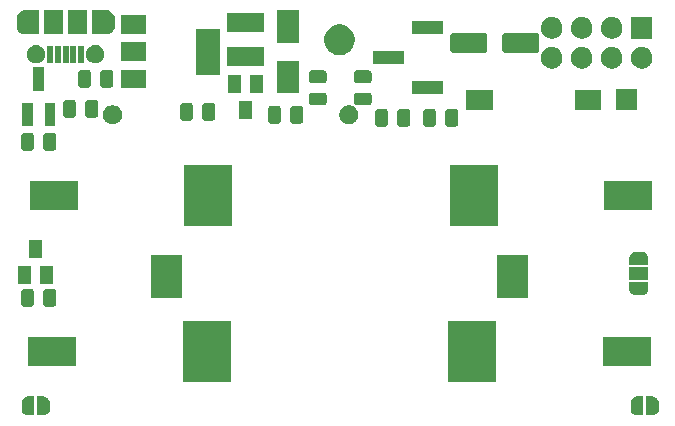
<source format=gbs>
G04 #@! TF.GenerationSoftware,KiCad,Pcbnew,5.1.6-c6e7f7d~87~ubuntu18.04.1*
G04 #@! TF.CreationDate,2020-07-15T21:40:22+02:00*
G04 #@! TF.ProjectId,Mini-BT-Pcb-328P,4d696e69-2d42-4542-9d50-63622d333238,2.0*
G04 #@! TF.SameCoordinates,Original*
G04 #@! TF.FileFunction,Soldermask,Bot*
G04 #@! TF.FilePolarity,Negative*
%FSLAX46Y46*%
G04 Gerber Fmt 4.6, Leading zero omitted, Abs format (unit mm)*
G04 Created by KiCad (PCBNEW 5.1.6-c6e7f7d~87~ubuntu18.04.1) date 2020-07-15 21:40:22*
%MOMM*%
%LPD*%
G01*
G04 APERTURE LIST*
%ADD10C,0.100000*%
G04 APERTURE END LIST*
D10*
G36*
X134520798Y-106390023D02*
G01*
X134524141Y-106390688D01*
X134529045Y-106390929D01*
X134554556Y-106390929D01*
X134569072Y-106392358D01*
X134660379Y-106410521D01*
X134662742Y-106411238D01*
X134662748Y-106411239D01*
X134671984Y-106414041D01*
X134671986Y-106414042D01*
X134674347Y-106414758D01*
X134760366Y-106450388D01*
X134773224Y-106457260D01*
X134850644Y-106508991D01*
X134852547Y-106510553D01*
X134852552Y-106510556D01*
X134860013Y-106516679D01*
X134861920Y-106518244D01*
X134927756Y-106584080D01*
X134929320Y-106585986D01*
X134929321Y-106585987D01*
X134935444Y-106593448D01*
X134935447Y-106593453D01*
X134937009Y-106595356D01*
X134988740Y-106672776D01*
X134995612Y-106685634D01*
X135031242Y-106771653D01*
X135031958Y-106774014D01*
X135031959Y-106774016D01*
X135034761Y-106783252D01*
X135034762Y-106783258D01*
X135035479Y-106785621D01*
X135053642Y-106876928D01*
X135055071Y-106891444D01*
X135055071Y-106916955D01*
X135056032Y-106926709D01*
X135056186Y-106927325D01*
X135057479Y-106940453D01*
X135057479Y-107435547D01*
X135055977Y-107450798D01*
X135055312Y-107454141D01*
X135055071Y-107459045D01*
X135055071Y-107484556D01*
X135053642Y-107499072D01*
X135035479Y-107590379D01*
X135034762Y-107592742D01*
X135034761Y-107592748D01*
X135031959Y-107601984D01*
X135031242Y-107604347D01*
X134995612Y-107690366D01*
X134988740Y-107703224D01*
X134937009Y-107780644D01*
X134935447Y-107782547D01*
X134935444Y-107782552D01*
X134929321Y-107790013D01*
X134927756Y-107791920D01*
X134861920Y-107857756D01*
X134860014Y-107859320D01*
X134860013Y-107859321D01*
X134852552Y-107865444D01*
X134852547Y-107865447D01*
X134850644Y-107867009D01*
X134773224Y-107918740D01*
X134760366Y-107925612D01*
X134674347Y-107961242D01*
X134671986Y-107961958D01*
X134671984Y-107961959D01*
X134662748Y-107964761D01*
X134662742Y-107964762D01*
X134660379Y-107965479D01*
X134569072Y-107983642D01*
X134554556Y-107985071D01*
X134529045Y-107985071D01*
X134519291Y-107986032D01*
X134518675Y-107986186D01*
X134505547Y-107987479D01*
X134010453Y-107987479D01*
X133998395Y-107986292D01*
X133989159Y-107983490D01*
X133980646Y-107978940D01*
X133973184Y-107972816D01*
X133967060Y-107965354D01*
X133962510Y-107956841D01*
X133959708Y-107947605D01*
X133958521Y-107935547D01*
X133958521Y-106440453D01*
X133959708Y-106428395D01*
X133962510Y-106419159D01*
X133967060Y-106410646D01*
X133973184Y-106403184D01*
X133980646Y-106397060D01*
X133989159Y-106392510D01*
X133998395Y-106389708D01*
X134010453Y-106388521D01*
X134505547Y-106388521D01*
X134520798Y-106390023D01*
G37*
G36*
X185279605Y-106389708D02*
G01*
X185288841Y-106392510D01*
X185297354Y-106397060D01*
X185304816Y-106403184D01*
X185310940Y-106410646D01*
X185315490Y-106419159D01*
X185318292Y-106428395D01*
X185319479Y-106440453D01*
X185319479Y-107935547D01*
X185318292Y-107947605D01*
X185315490Y-107956841D01*
X185310940Y-107965354D01*
X185304816Y-107972816D01*
X185297354Y-107978940D01*
X185288841Y-107983490D01*
X185279605Y-107986292D01*
X185267547Y-107987479D01*
X184772453Y-107987479D01*
X184757202Y-107985977D01*
X184753859Y-107985312D01*
X184748955Y-107985071D01*
X184723444Y-107985071D01*
X184708928Y-107983642D01*
X184617621Y-107965479D01*
X184615258Y-107964762D01*
X184615252Y-107964761D01*
X184606016Y-107961959D01*
X184606014Y-107961958D01*
X184603653Y-107961242D01*
X184517634Y-107925612D01*
X184504776Y-107918740D01*
X184427356Y-107867009D01*
X184425453Y-107865447D01*
X184425448Y-107865444D01*
X184417987Y-107859321D01*
X184417986Y-107859320D01*
X184416080Y-107857756D01*
X184350244Y-107791920D01*
X184348679Y-107790013D01*
X184342556Y-107782552D01*
X184342553Y-107782547D01*
X184340991Y-107780644D01*
X184289260Y-107703224D01*
X184282388Y-107690366D01*
X184246758Y-107604347D01*
X184246041Y-107601984D01*
X184243239Y-107592748D01*
X184243238Y-107592742D01*
X184242521Y-107590379D01*
X184224358Y-107499072D01*
X184222929Y-107484556D01*
X184222929Y-107459045D01*
X184221968Y-107449291D01*
X184221814Y-107448675D01*
X184220521Y-107435547D01*
X184220521Y-106940453D01*
X184222023Y-106925202D01*
X184222688Y-106921859D01*
X184222929Y-106916955D01*
X184222929Y-106891444D01*
X184224358Y-106876928D01*
X184242521Y-106785621D01*
X184243238Y-106783258D01*
X184243239Y-106783252D01*
X184246041Y-106774016D01*
X184246042Y-106774014D01*
X184246758Y-106771653D01*
X184282388Y-106685634D01*
X184289260Y-106672776D01*
X184340991Y-106595356D01*
X184342553Y-106593453D01*
X184342556Y-106593448D01*
X184348679Y-106585987D01*
X184348680Y-106585986D01*
X184350244Y-106584080D01*
X184416080Y-106518244D01*
X184417987Y-106516679D01*
X184425448Y-106510556D01*
X184425453Y-106510553D01*
X184427356Y-106508991D01*
X184504776Y-106457260D01*
X184517634Y-106450388D01*
X184603653Y-106414758D01*
X184606014Y-106414042D01*
X184606016Y-106414041D01*
X184615252Y-106411239D01*
X184615258Y-106411238D01*
X184617621Y-106410521D01*
X184708928Y-106392358D01*
X184723444Y-106390929D01*
X184748955Y-106390929D01*
X184758709Y-106389968D01*
X184759325Y-106389814D01*
X184772453Y-106388521D01*
X185267547Y-106388521D01*
X185279605Y-106389708D01*
G37*
G36*
X186082798Y-106390023D02*
G01*
X186086141Y-106390688D01*
X186091045Y-106390929D01*
X186116556Y-106390929D01*
X186131072Y-106392358D01*
X186222379Y-106410521D01*
X186224742Y-106411238D01*
X186224748Y-106411239D01*
X186233984Y-106414041D01*
X186233986Y-106414042D01*
X186236347Y-106414758D01*
X186322366Y-106450388D01*
X186335224Y-106457260D01*
X186412644Y-106508991D01*
X186414547Y-106510553D01*
X186414552Y-106510556D01*
X186422013Y-106516679D01*
X186423920Y-106518244D01*
X186489756Y-106584080D01*
X186491320Y-106585986D01*
X186491321Y-106585987D01*
X186497444Y-106593448D01*
X186497447Y-106593453D01*
X186499009Y-106595356D01*
X186550740Y-106672776D01*
X186557612Y-106685634D01*
X186593242Y-106771653D01*
X186593958Y-106774014D01*
X186593959Y-106774016D01*
X186596761Y-106783252D01*
X186596762Y-106783258D01*
X186597479Y-106785621D01*
X186615642Y-106876928D01*
X186617071Y-106891444D01*
X186617071Y-106916955D01*
X186618032Y-106926709D01*
X186618186Y-106927325D01*
X186619479Y-106940453D01*
X186619479Y-107435547D01*
X186617977Y-107450798D01*
X186617312Y-107454141D01*
X186617071Y-107459045D01*
X186617071Y-107484556D01*
X186615642Y-107499072D01*
X186597479Y-107590379D01*
X186596762Y-107592742D01*
X186596761Y-107592748D01*
X186593959Y-107601984D01*
X186593242Y-107604347D01*
X186557612Y-107690366D01*
X186550740Y-107703224D01*
X186499009Y-107780644D01*
X186497447Y-107782547D01*
X186497444Y-107782552D01*
X186491321Y-107790013D01*
X186489756Y-107791920D01*
X186423920Y-107857756D01*
X186422014Y-107859320D01*
X186422013Y-107859321D01*
X186414552Y-107865444D01*
X186414547Y-107865447D01*
X186412644Y-107867009D01*
X186335224Y-107918740D01*
X186322366Y-107925612D01*
X186236347Y-107961242D01*
X186233986Y-107961958D01*
X186233984Y-107961959D01*
X186224748Y-107964761D01*
X186224742Y-107964762D01*
X186222379Y-107965479D01*
X186131072Y-107983642D01*
X186116556Y-107985071D01*
X186091045Y-107985071D01*
X186081291Y-107986032D01*
X186080675Y-107986186D01*
X186067547Y-107987479D01*
X185572453Y-107987479D01*
X185560395Y-107986292D01*
X185551159Y-107983490D01*
X185542646Y-107978940D01*
X185535184Y-107972816D01*
X185529060Y-107965354D01*
X185524510Y-107956841D01*
X185521708Y-107947605D01*
X185520521Y-107935547D01*
X185520521Y-106440453D01*
X185521708Y-106428395D01*
X185524510Y-106419159D01*
X185529060Y-106410646D01*
X185535184Y-106403184D01*
X185542646Y-106397060D01*
X185551159Y-106392510D01*
X185560395Y-106389708D01*
X185572453Y-106388521D01*
X186067547Y-106388521D01*
X186082798Y-106390023D01*
G37*
G36*
X133717605Y-106389708D02*
G01*
X133726841Y-106392510D01*
X133735354Y-106397060D01*
X133742816Y-106403184D01*
X133748940Y-106410646D01*
X133753490Y-106419159D01*
X133756292Y-106428395D01*
X133757479Y-106440453D01*
X133757479Y-107935547D01*
X133756292Y-107947605D01*
X133753490Y-107956841D01*
X133748940Y-107965354D01*
X133742816Y-107972816D01*
X133735354Y-107978940D01*
X133726841Y-107983490D01*
X133717605Y-107986292D01*
X133705547Y-107987479D01*
X133210453Y-107987479D01*
X133195202Y-107985977D01*
X133191859Y-107985312D01*
X133186955Y-107985071D01*
X133161444Y-107985071D01*
X133146928Y-107983642D01*
X133055621Y-107965479D01*
X133053258Y-107964762D01*
X133053252Y-107964761D01*
X133044016Y-107961959D01*
X133044014Y-107961958D01*
X133041653Y-107961242D01*
X132955634Y-107925612D01*
X132942776Y-107918740D01*
X132865356Y-107867009D01*
X132863453Y-107865447D01*
X132863448Y-107865444D01*
X132855987Y-107859321D01*
X132855986Y-107859320D01*
X132854080Y-107857756D01*
X132788244Y-107791920D01*
X132786679Y-107790013D01*
X132780556Y-107782552D01*
X132780553Y-107782547D01*
X132778991Y-107780644D01*
X132727260Y-107703224D01*
X132720388Y-107690366D01*
X132684758Y-107604347D01*
X132684041Y-107601984D01*
X132681239Y-107592748D01*
X132681238Y-107592742D01*
X132680521Y-107590379D01*
X132662358Y-107499072D01*
X132660929Y-107484556D01*
X132660929Y-107459045D01*
X132659968Y-107449291D01*
X132659814Y-107448675D01*
X132658521Y-107435547D01*
X132658521Y-106940453D01*
X132660023Y-106925202D01*
X132660688Y-106921859D01*
X132660929Y-106916955D01*
X132660929Y-106891444D01*
X132662358Y-106876928D01*
X132680521Y-106785621D01*
X132681238Y-106783258D01*
X132681239Y-106783252D01*
X132684041Y-106774016D01*
X132684042Y-106774014D01*
X132684758Y-106771653D01*
X132720388Y-106685634D01*
X132727260Y-106672776D01*
X132778991Y-106595356D01*
X132780553Y-106593453D01*
X132780556Y-106593448D01*
X132786679Y-106585987D01*
X132786680Y-106585986D01*
X132788244Y-106584080D01*
X132854080Y-106518244D01*
X132855987Y-106516679D01*
X132863448Y-106510556D01*
X132863453Y-106510553D01*
X132865356Y-106508991D01*
X132942776Y-106457260D01*
X132955634Y-106450388D01*
X133041653Y-106414758D01*
X133044014Y-106414042D01*
X133044016Y-106414041D01*
X133053252Y-106411239D01*
X133053258Y-106411238D01*
X133055621Y-106410521D01*
X133146928Y-106392358D01*
X133161444Y-106390929D01*
X133186955Y-106390929D01*
X133196709Y-106389968D01*
X133197325Y-106389814D01*
X133210453Y-106388521D01*
X133705547Y-106388521D01*
X133717605Y-106389708D01*
G37*
G36*
X150364500Y-105205000D02*
G01*
X146306500Y-105205000D01*
X146306500Y-100027000D01*
X150364500Y-100027000D01*
X150364500Y-105205000D01*
G37*
G36*
X172845000Y-105205000D02*
G01*
X168787000Y-105205000D01*
X168787000Y-100027000D01*
X172845000Y-100027000D01*
X172845000Y-105205000D01*
G37*
G36*
X185925000Y-103835000D02*
G01*
X181867000Y-103835000D01*
X181867000Y-101397000D01*
X185925000Y-101397000D01*
X185925000Y-103835000D01*
G37*
G36*
X137284500Y-103835000D02*
G01*
X133226500Y-103835000D01*
X133226500Y-101397000D01*
X137284500Y-101397000D01*
X137284500Y-103835000D01*
G37*
G36*
X133515159Y-97299911D02*
G01*
X133560744Y-97313739D01*
X133602761Y-97336198D01*
X133639583Y-97366417D01*
X133669802Y-97403239D01*
X133692261Y-97445256D01*
X133706089Y-97490841D01*
X133711000Y-97540704D01*
X133711000Y-98547296D01*
X133706089Y-98597159D01*
X133692261Y-98642744D01*
X133669802Y-98684761D01*
X133639583Y-98721583D01*
X133602761Y-98751802D01*
X133560744Y-98774261D01*
X133515159Y-98788089D01*
X133465296Y-98793000D01*
X132883704Y-98793000D01*
X132833841Y-98788089D01*
X132788256Y-98774261D01*
X132746239Y-98751802D01*
X132709417Y-98721583D01*
X132679198Y-98684761D01*
X132656739Y-98642744D01*
X132642911Y-98597159D01*
X132638000Y-98547296D01*
X132638000Y-97540704D01*
X132642911Y-97490841D01*
X132656739Y-97445256D01*
X132679198Y-97403239D01*
X132709417Y-97366417D01*
X132746239Y-97336198D01*
X132788256Y-97313739D01*
X132833841Y-97299911D01*
X132883704Y-97295000D01*
X133465296Y-97295000D01*
X133515159Y-97299911D01*
G37*
G36*
X135390159Y-97299911D02*
G01*
X135435744Y-97313739D01*
X135477761Y-97336198D01*
X135514583Y-97366417D01*
X135544802Y-97403239D01*
X135567261Y-97445256D01*
X135581089Y-97490841D01*
X135586000Y-97540704D01*
X135586000Y-98547296D01*
X135581089Y-98597159D01*
X135567261Y-98642744D01*
X135544802Y-98684761D01*
X135514583Y-98721583D01*
X135477761Y-98751802D01*
X135435744Y-98774261D01*
X135390159Y-98788089D01*
X135340296Y-98793000D01*
X134758704Y-98793000D01*
X134708841Y-98788089D01*
X134663256Y-98774261D01*
X134621239Y-98751802D01*
X134584417Y-98721583D01*
X134554198Y-98684761D01*
X134531739Y-98642744D01*
X134517911Y-98597159D01*
X134513000Y-98547296D01*
X134513000Y-97540704D01*
X134517911Y-97490841D01*
X134531739Y-97445256D01*
X134554198Y-97403239D01*
X134584417Y-97366417D01*
X134621239Y-97336198D01*
X134663256Y-97313739D01*
X134708841Y-97299911D01*
X134758704Y-97295000D01*
X135340296Y-97295000D01*
X135390159Y-97299911D01*
G37*
G36*
X175579000Y-98070000D02*
G01*
X172941000Y-98070000D01*
X172941000Y-94462000D01*
X175579000Y-94462000D01*
X175579000Y-98070000D01*
G37*
G36*
X146219000Y-98070000D02*
G01*
X143581000Y-98070000D01*
X143581000Y-94462000D01*
X146219000Y-94462000D01*
X146219000Y-98070000D01*
G37*
G36*
X185671605Y-96683708D02*
G01*
X185680841Y-96686510D01*
X185689354Y-96691060D01*
X185696816Y-96697184D01*
X185702940Y-96704646D01*
X185707490Y-96713159D01*
X185710292Y-96722395D01*
X185711479Y-96734453D01*
X185711479Y-97279547D01*
X185709977Y-97294798D01*
X185709312Y-97298141D01*
X185709071Y-97303045D01*
X185709071Y-97328556D01*
X185707642Y-97343072D01*
X185689479Y-97434379D01*
X185688762Y-97436742D01*
X185688761Y-97436748D01*
X185686180Y-97445256D01*
X185685242Y-97448347D01*
X185649612Y-97534366D01*
X185642740Y-97547224D01*
X185591009Y-97624644D01*
X185589447Y-97626547D01*
X185589444Y-97626552D01*
X185583321Y-97634013D01*
X185581756Y-97635920D01*
X185515920Y-97701756D01*
X185514014Y-97703320D01*
X185514013Y-97703321D01*
X185506552Y-97709444D01*
X185506547Y-97709447D01*
X185504644Y-97711009D01*
X185427224Y-97762740D01*
X185414366Y-97769612D01*
X185328347Y-97805242D01*
X185325986Y-97805958D01*
X185325984Y-97805959D01*
X185316748Y-97808761D01*
X185316742Y-97808762D01*
X185314379Y-97809479D01*
X185223072Y-97827642D01*
X185208556Y-97829071D01*
X185183045Y-97829071D01*
X185173291Y-97830032D01*
X185172675Y-97830186D01*
X185159547Y-97831479D01*
X184664453Y-97831479D01*
X184649202Y-97829977D01*
X184645859Y-97829312D01*
X184640955Y-97829071D01*
X184615444Y-97829071D01*
X184600928Y-97827642D01*
X184509621Y-97809479D01*
X184507258Y-97808762D01*
X184507252Y-97808761D01*
X184498016Y-97805959D01*
X184498014Y-97805958D01*
X184495653Y-97805242D01*
X184409634Y-97769612D01*
X184396776Y-97762740D01*
X184319356Y-97711009D01*
X184317453Y-97709447D01*
X184317448Y-97709444D01*
X184309987Y-97703321D01*
X184309986Y-97703320D01*
X184308080Y-97701756D01*
X184242244Y-97635920D01*
X184240679Y-97634013D01*
X184234556Y-97626552D01*
X184234553Y-97626547D01*
X184232991Y-97624644D01*
X184181260Y-97547224D01*
X184174388Y-97534366D01*
X184138758Y-97448347D01*
X184137820Y-97445256D01*
X184135239Y-97436748D01*
X184135238Y-97436742D01*
X184134521Y-97434379D01*
X184116358Y-97343072D01*
X184114929Y-97328556D01*
X184114929Y-97303045D01*
X184113968Y-97293291D01*
X184113814Y-97292675D01*
X184112521Y-97279547D01*
X184112521Y-96734453D01*
X184113708Y-96722395D01*
X184116510Y-96713159D01*
X184121060Y-96704646D01*
X184127184Y-96697184D01*
X184134646Y-96691060D01*
X184143159Y-96686510D01*
X184152395Y-96683708D01*
X184164453Y-96682521D01*
X185659547Y-96682521D01*
X185671605Y-96683708D01*
G37*
G36*
X135357000Y-96845000D02*
G01*
X134259000Y-96845000D01*
X134259000Y-95347000D01*
X135357000Y-95347000D01*
X135357000Y-96845000D01*
G37*
G36*
X133457000Y-96845000D02*
G01*
X132359000Y-96845000D01*
X132359000Y-95347000D01*
X133457000Y-95347000D01*
X133457000Y-96845000D01*
G37*
G36*
X185711000Y-96531000D02*
G01*
X184113000Y-96531000D01*
X184113000Y-95433000D01*
X185711000Y-95433000D01*
X185711000Y-96531000D01*
G37*
G36*
X185174798Y-94134023D02*
G01*
X185178141Y-94134688D01*
X185183045Y-94134929D01*
X185208556Y-94134929D01*
X185223072Y-94136358D01*
X185314379Y-94154521D01*
X185316742Y-94155238D01*
X185316748Y-94155239D01*
X185325984Y-94158041D01*
X185325986Y-94158042D01*
X185328347Y-94158758D01*
X185414366Y-94194388D01*
X185427224Y-94201260D01*
X185504644Y-94252991D01*
X185506547Y-94254553D01*
X185506552Y-94254556D01*
X185514013Y-94260679D01*
X185515920Y-94262244D01*
X185581756Y-94328080D01*
X185583320Y-94329986D01*
X185583321Y-94329987D01*
X185589444Y-94337448D01*
X185589447Y-94337453D01*
X185591009Y-94339356D01*
X185642740Y-94416776D01*
X185649612Y-94429634D01*
X185685242Y-94515653D01*
X185685958Y-94518014D01*
X185685959Y-94518016D01*
X185688761Y-94527252D01*
X185688762Y-94527258D01*
X185689479Y-94529621D01*
X185707642Y-94620928D01*
X185709071Y-94635444D01*
X185709071Y-94660955D01*
X185710032Y-94670709D01*
X185710186Y-94671325D01*
X185711479Y-94684453D01*
X185711479Y-95229547D01*
X185710292Y-95241605D01*
X185707490Y-95250841D01*
X185702940Y-95259354D01*
X185696816Y-95266816D01*
X185689354Y-95272940D01*
X185680841Y-95277490D01*
X185671605Y-95280292D01*
X185659547Y-95281479D01*
X184164453Y-95281479D01*
X184152395Y-95280292D01*
X184143159Y-95277490D01*
X184134646Y-95272940D01*
X184127184Y-95266816D01*
X184121060Y-95259354D01*
X184116510Y-95250841D01*
X184113708Y-95241605D01*
X184112521Y-95229547D01*
X184112521Y-94684453D01*
X184114023Y-94669202D01*
X184114688Y-94665859D01*
X184114929Y-94660955D01*
X184114929Y-94635444D01*
X184116358Y-94620928D01*
X184134521Y-94529621D01*
X184135238Y-94527258D01*
X184135239Y-94527252D01*
X184138041Y-94518016D01*
X184138042Y-94518014D01*
X184138758Y-94515653D01*
X184174388Y-94429634D01*
X184181260Y-94416776D01*
X184232991Y-94339356D01*
X184234553Y-94337453D01*
X184234556Y-94337448D01*
X184240679Y-94329987D01*
X184240680Y-94329986D01*
X184242244Y-94328080D01*
X184308080Y-94262244D01*
X184309987Y-94260679D01*
X184317448Y-94254556D01*
X184317453Y-94254553D01*
X184319356Y-94252991D01*
X184396776Y-94201260D01*
X184409634Y-94194388D01*
X184495653Y-94158758D01*
X184498014Y-94158042D01*
X184498016Y-94158041D01*
X184507252Y-94155239D01*
X184507258Y-94155238D01*
X184509621Y-94154521D01*
X184600928Y-94136358D01*
X184615444Y-94134929D01*
X184640955Y-94134929D01*
X184650709Y-94133968D01*
X184651325Y-94133814D01*
X184664453Y-94132521D01*
X185159547Y-94132521D01*
X185174798Y-94134023D01*
G37*
G36*
X134407000Y-94645000D02*
G01*
X133309000Y-94645000D01*
X133309000Y-93147000D01*
X134407000Y-93147000D01*
X134407000Y-94645000D01*
G37*
G36*
X172971500Y-91997000D02*
G01*
X168913500Y-91997000D01*
X168913500Y-86819000D01*
X172971500Y-86819000D01*
X172971500Y-91997000D01*
G37*
G36*
X150491000Y-91997000D02*
G01*
X146433000Y-91997000D01*
X146433000Y-86819000D01*
X150491000Y-86819000D01*
X150491000Y-91997000D01*
G37*
G36*
X137411000Y-90627000D02*
G01*
X133353000Y-90627000D01*
X133353000Y-88189000D01*
X137411000Y-88189000D01*
X137411000Y-90627000D01*
G37*
G36*
X186051500Y-90627000D02*
G01*
X181993500Y-90627000D01*
X181993500Y-88189000D01*
X186051500Y-88189000D01*
X186051500Y-90627000D01*
G37*
G36*
X135390159Y-84091911D02*
G01*
X135435744Y-84105739D01*
X135477761Y-84128198D01*
X135514583Y-84158417D01*
X135544802Y-84195239D01*
X135567261Y-84237256D01*
X135581089Y-84282841D01*
X135586000Y-84332704D01*
X135586000Y-85339296D01*
X135581089Y-85389159D01*
X135567261Y-85434744D01*
X135544802Y-85476761D01*
X135514583Y-85513583D01*
X135477761Y-85543802D01*
X135435744Y-85566261D01*
X135390159Y-85580089D01*
X135340296Y-85585000D01*
X134758704Y-85585000D01*
X134708841Y-85580089D01*
X134663256Y-85566261D01*
X134621239Y-85543802D01*
X134584417Y-85513583D01*
X134554198Y-85476761D01*
X134531739Y-85434744D01*
X134517911Y-85389159D01*
X134513000Y-85339296D01*
X134513000Y-84332704D01*
X134517911Y-84282841D01*
X134531739Y-84237256D01*
X134554198Y-84195239D01*
X134584417Y-84158417D01*
X134621239Y-84128198D01*
X134663256Y-84105739D01*
X134708841Y-84091911D01*
X134758704Y-84087000D01*
X135340296Y-84087000D01*
X135390159Y-84091911D01*
G37*
G36*
X133515159Y-84091911D02*
G01*
X133560744Y-84105739D01*
X133602761Y-84128198D01*
X133639583Y-84158417D01*
X133669802Y-84195239D01*
X133692261Y-84237256D01*
X133706089Y-84282841D01*
X133711000Y-84332704D01*
X133711000Y-85339296D01*
X133706089Y-85389159D01*
X133692261Y-85434744D01*
X133669802Y-85476761D01*
X133639583Y-85513583D01*
X133602761Y-85543802D01*
X133560744Y-85566261D01*
X133515159Y-85580089D01*
X133465296Y-85585000D01*
X132883704Y-85585000D01*
X132833841Y-85580089D01*
X132788256Y-85566261D01*
X132746239Y-85543802D01*
X132709417Y-85513583D01*
X132679198Y-85476761D01*
X132656739Y-85434744D01*
X132642911Y-85389159D01*
X132638000Y-85339296D01*
X132638000Y-84332704D01*
X132642911Y-84282841D01*
X132656739Y-84237256D01*
X132679198Y-84195239D01*
X132709417Y-84158417D01*
X132746239Y-84128198D01*
X132788256Y-84105739D01*
X132833841Y-84091911D01*
X132883704Y-84087000D01*
X133465296Y-84087000D01*
X133515159Y-84091911D01*
G37*
G36*
X167551159Y-82059911D02*
G01*
X167596744Y-82073739D01*
X167638761Y-82096198D01*
X167675583Y-82126417D01*
X167705802Y-82163239D01*
X167728261Y-82205256D01*
X167742089Y-82250841D01*
X167747000Y-82300704D01*
X167747000Y-83307296D01*
X167742089Y-83357159D01*
X167728261Y-83402744D01*
X167705802Y-83444761D01*
X167675583Y-83481583D01*
X167638761Y-83511802D01*
X167596744Y-83534261D01*
X167551159Y-83548089D01*
X167501296Y-83553000D01*
X166919704Y-83553000D01*
X166869841Y-83548089D01*
X166824256Y-83534261D01*
X166782239Y-83511802D01*
X166745417Y-83481583D01*
X166715198Y-83444761D01*
X166692739Y-83402744D01*
X166678911Y-83357159D01*
X166674000Y-83307296D01*
X166674000Y-82300704D01*
X166678911Y-82250841D01*
X166692739Y-82205256D01*
X166715198Y-82163239D01*
X166745417Y-82126417D01*
X166782239Y-82096198D01*
X166824256Y-82073739D01*
X166869841Y-82059911D01*
X166919704Y-82055000D01*
X167501296Y-82055000D01*
X167551159Y-82059911D01*
G37*
G36*
X169426159Y-82059911D02*
G01*
X169471744Y-82073739D01*
X169513761Y-82096198D01*
X169550583Y-82126417D01*
X169580802Y-82163239D01*
X169603261Y-82205256D01*
X169617089Y-82250841D01*
X169622000Y-82300704D01*
X169622000Y-83307296D01*
X169617089Y-83357159D01*
X169603261Y-83402744D01*
X169580802Y-83444761D01*
X169550583Y-83481583D01*
X169513761Y-83511802D01*
X169471744Y-83534261D01*
X169426159Y-83548089D01*
X169376296Y-83553000D01*
X168794704Y-83553000D01*
X168744841Y-83548089D01*
X168699256Y-83534261D01*
X168657239Y-83511802D01*
X168620417Y-83481583D01*
X168590198Y-83444761D01*
X168567739Y-83402744D01*
X168553911Y-83357159D01*
X168549000Y-83307296D01*
X168549000Y-82300704D01*
X168553911Y-82250841D01*
X168567739Y-82205256D01*
X168590198Y-82163239D01*
X168620417Y-82126417D01*
X168657239Y-82096198D01*
X168699256Y-82073739D01*
X168744841Y-82059911D01*
X168794704Y-82055000D01*
X169376296Y-82055000D01*
X169426159Y-82059911D01*
G37*
G36*
X163487159Y-82059911D02*
G01*
X163532744Y-82073739D01*
X163574761Y-82096198D01*
X163611583Y-82126417D01*
X163641802Y-82163239D01*
X163664261Y-82205256D01*
X163678089Y-82250841D01*
X163683000Y-82300704D01*
X163683000Y-83307296D01*
X163678089Y-83357159D01*
X163664261Y-83402744D01*
X163641802Y-83444761D01*
X163611583Y-83481583D01*
X163574761Y-83511802D01*
X163532744Y-83534261D01*
X163487159Y-83548089D01*
X163437296Y-83553000D01*
X162855704Y-83553000D01*
X162805841Y-83548089D01*
X162760256Y-83534261D01*
X162718239Y-83511802D01*
X162681417Y-83481583D01*
X162651198Y-83444761D01*
X162628739Y-83402744D01*
X162614911Y-83357159D01*
X162610000Y-83307296D01*
X162610000Y-82300704D01*
X162614911Y-82250841D01*
X162628739Y-82205256D01*
X162651198Y-82163239D01*
X162681417Y-82126417D01*
X162718239Y-82096198D01*
X162760256Y-82073739D01*
X162805841Y-82059911D01*
X162855704Y-82055000D01*
X163437296Y-82055000D01*
X163487159Y-82059911D01*
G37*
G36*
X165362159Y-82059911D02*
G01*
X165407744Y-82073739D01*
X165449761Y-82096198D01*
X165486583Y-82126417D01*
X165516802Y-82163239D01*
X165539261Y-82205256D01*
X165553089Y-82250841D01*
X165558000Y-82300704D01*
X165558000Y-83307296D01*
X165553089Y-83357159D01*
X165539261Y-83402744D01*
X165516802Y-83444761D01*
X165486583Y-83481583D01*
X165449761Y-83511802D01*
X165407744Y-83534261D01*
X165362159Y-83548089D01*
X165312296Y-83553000D01*
X164730704Y-83553000D01*
X164680841Y-83548089D01*
X164635256Y-83534261D01*
X164593239Y-83511802D01*
X164556417Y-83481583D01*
X164526198Y-83444761D01*
X164503739Y-83402744D01*
X164489911Y-83357159D01*
X164485000Y-83307296D01*
X164485000Y-82300704D01*
X164489911Y-82250841D01*
X164503739Y-82205256D01*
X164526198Y-82163239D01*
X164556417Y-82126417D01*
X164593239Y-82096198D01*
X164635256Y-82073739D01*
X164680841Y-82059911D01*
X164730704Y-82055000D01*
X165312296Y-82055000D01*
X165362159Y-82059911D01*
G37*
G36*
X135511000Y-83525000D02*
G01*
X134613000Y-83525000D01*
X134613000Y-81527000D01*
X135511000Y-81527000D01*
X135511000Y-83525000D01*
G37*
G36*
X133611000Y-83525000D02*
G01*
X132713000Y-83525000D01*
X132713000Y-81527000D01*
X133611000Y-81527000D01*
X133611000Y-83525000D01*
G37*
G36*
X160500105Y-81749389D02*
G01*
X160604560Y-81770166D01*
X160752153Y-81831301D01*
X160884982Y-81920055D01*
X160997945Y-82033018D01*
X161086699Y-82165847D01*
X161147834Y-82313440D01*
X161147834Y-82313442D01*
X161179000Y-82470122D01*
X161179000Y-82629878D01*
X161170665Y-82671782D01*
X161147834Y-82786560D01*
X161086699Y-82934153D01*
X160997945Y-83066982D01*
X160884982Y-83179945D01*
X160752153Y-83268699D01*
X160604560Y-83329834D01*
X160500105Y-83350611D01*
X160447878Y-83361000D01*
X160288122Y-83361000D01*
X160235895Y-83350611D01*
X160131440Y-83329834D01*
X159983847Y-83268699D01*
X159851018Y-83179945D01*
X159738055Y-83066982D01*
X159649301Y-82934153D01*
X159588166Y-82786560D01*
X159565335Y-82671782D01*
X159557000Y-82629878D01*
X159557000Y-82470122D01*
X159588166Y-82313442D01*
X159588166Y-82313440D01*
X159649301Y-82165847D01*
X159738055Y-82033018D01*
X159851018Y-81920055D01*
X159983847Y-81831301D01*
X160131440Y-81770166D01*
X160235895Y-81749389D01*
X160288122Y-81739000D01*
X160447878Y-81739000D01*
X160500105Y-81749389D01*
G37*
G36*
X140500105Y-81749389D02*
G01*
X140604560Y-81770166D01*
X140752153Y-81831301D01*
X140884982Y-81920055D01*
X140997945Y-82033018D01*
X141086699Y-82165847D01*
X141147834Y-82313440D01*
X141147834Y-82313442D01*
X141179000Y-82470122D01*
X141179000Y-82629878D01*
X141170665Y-82671782D01*
X141147834Y-82786560D01*
X141086699Y-82934153D01*
X140997945Y-83066982D01*
X140884982Y-83179945D01*
X140752153Y-83268699D01*
X140604560Y-83329834D01*
X140500105Y-83350611D01*
X140447878Y-83361000D01*
X140288122Y-83361000D01*
X140235895Y-83350611D01*
X140131440Y-83329834D01*
X139983847Y-83268699D01*
X139851018Y-83179945D01*
X139738055Y-83066982D01*
X139649301Y-82934153D01*
X139588166Y-82786560D01*
X139565335Y-82671782D01*
X139557000Y-82629878D01*
X139557000Y-82470122D01*
X139588166Y-82313442D01*
X139588166Y-82313440D01*
X139649301Y-82165847D01*
X139738055Y-82033018D01*
X139851018Y-81920055D01*
X139983847Y-81831301D01*
X140131440Y-81770166D01*
X140235895Y-81749389D01*
X140288122Y-81739000D01*
X140447878Y-81739000D01*
X140500105Y-81749389D01*
G37*
G36*
X154421659Y-81805911D02*
G01*
X154467244Y-81819739D01*
X154509261Y-81842198D01*
X154546083Y-81872417D01*
X154576302Y-81909239D01*
X154598761Y-81951256D01*
X154612589Y-81996841D01*
X154617500Y-82046704D01*
X154617500Y-83053296D01*
X154612589Y-83103159D01*
X154598761Y-83148744D01*
X154576302Y-83190761D01*
X154546083Y-83227583D01*
X154509261Y-83257802D01*
X154467244Y-83280261D01*
X154421659Y-83294089D01*
X154371796Y-83299000D01*
X153790204Y-83299000D01*
X153740341Y-83294089D01*
X153694756Y-83280261D01*
X153652739Y-83257802D01*
X153615917Y-83227583D01*
X153585698Y-83190761D01*
X153563239Y-83148744D01*
X153549411Y-83103159D01*
X153544500Y-83053296D01*
X153544500Y-82046704D01*
X153549411Y-81996841D01*
X153563239Y-81951256D01*
X153585698Y-81909239D01*
X153615917Y-81872417D01*
X153652739Y-81842198D01*
X153694756Y-81819739D01*
X153740341Y-81805911D01*
X153790204Y-81801000D01*
X154371796Y-81801000D01*
X154421659Y-81805911D01*
G37*
G36*
X156296659Y-81805911D02*
G01*
X156342244Y-81819739D01*
X156384261Y-81842198D01*
X156421083Y-81872417D01*
X156451302Y-81909239D01*
X156473761Y-81951256D01*
X156487589Y-81996841D01*
X156492500Y-82046704D01*
X156492500Y-83053296D01*
X156487589Y-83103159D01*
X156473761Y-83148744D01*
X156451302Y-83190761D01*
X156421083Y-83227583D01*
X156384261Y-83257802D01*
X156342244Y-83280261D01*
X156296659Y-83294089D01*
X156246796Y-83299000D01*
X155665204Y-83299000D01*
X155615341Y-83294089D01*
X155569756Y-83280261D01*
X155527739Y-83257802D01*
X155490917Y-83227583D01*
X155460698Y-83190761D01*
X155438239Y-83148744D01*
X155424411Y-83103159D01*
X155419500Y-83053296D01*
X155419500Y-82046704D01*
X155424411Y-81996841D01*
X155438239Y-81951256D01*
X155460698Y-81909239D01*
X155490917Y-81872417D01*
X155527739Y-81842198D01*
X155569756Y-81819739D01*
X155615341Y-81805911D01*
X155665204Y-81801000D01*
X156246796Y-81801000D01*
X156296659Y-81805911D01*
G37*
G36*
X146977159Y-81551911D02*
G01*
X147022744Y-81565739D01*
X147064761Y-81588198D01*
X147101583Y-81618417D01*
X147131802Y-81655239D01*
X147154261Y-81697256D01*
X147168089Y-81742841D01*
X147173000Y-81792704D01*
X147173000Y-82799296D01*
X147168089Y-82849159D01*
X147154261Y-82894744D01*
X147131802Y-82936761D01*
X147101583Y-82973583D01*
X147064761Y-83003802D01*
X147022744Y-83026261D01*
X146977159Y-83040089D01*
X146927296Y-83045000D01*
X146345704Y-83045000D01*
X146295841Y-83040089D01*
X146250256Y-83026261D01*
X146208239Y-83003802D01*
X146171417Y-82973583D01*
X146141198Y-82936761D01*
X146118739Y-82894744D01*
X146104911Y-82849159D01*
X146100000Y-82799296D01*
X146100000Y-81792704D01*
X146104911Y-81742841D01*
X146118739Y-81697256D01*
X146141198Y-81655239D01*
X146171417Y-81618417D01*
X146208239Y-81588198D01*
X146250256Y-81565739D01*
X146295841Y-81551911D01*
X146345704Y-81547000D01*
X146927296Y-81547000D01*
X146977159Y-81551911D01*
G37*
G36*
X148852159Y-81551911D02*
G01*
X148897744Y-81565739D01*
X148939761Y-81588198D01*
X148976583Y-81618417D01*
X149006802Y-81655239D01*
X149029261Y-81697256D01*
X149043089Y-81742841D01*
X149048000Y-81792704D01*
X149048000Y-82799296D01*
X149043089Y-82849159D01*
X149029261Y-82894744D01*
X149006802Y-82936761D01*
X148976583Y-82973583D01*
X148939761Y-83003802D01*
X148897744Y-83026261D01*
X148852159Y-83040089D01*
X148802296Y-83045000D01*
X148220704Y-83045000D01*
X148170841Y-83040089D01*
X148125256Y-83026261D01*
X148083239Y-83003802D01*
X148046417Y-82973583D01*
X148016198Y-82936761D01*
X147993739Y-82894744D01*
X147979911Y-82849159D01*
X147975000Y-82799296D01*
X147975000Y-81792704D01*
X147979911Y-81742841D01*
X147993739Y-81697256D01*
X148016198Y-81655239D01*
X148046417Y-81618417D01*
X148083239Y-81588198D01*
X148125256Y-81565739D01*
X148170841Y-81551911D01*
X148220704Y-81547000D01*
X148802296Y-81547000D01*
X148852159Y-81551911D01*
G37*
G36*
X152187000Y-82875000D02*
G01*
X151089000Y-82875000D01*
X151089000Y-81377000D01*
X152187000Y-81377000D01*
X152187000Y-82875000D01*
G37*
G36*
X137071159Y-81297911D02*
G01*
X137116744Y-81311739D01*
X137158761Y-81334198D01*
X137195583Y-81364417D01*
X137225802Y-81401239D01*
X137248261Y-81443256D01*
X137262089Y-81488841D01*
X137267000Y-81538704D01*
X137267000Y-82545296D01*
X137262089Y-82595159D01*
X137248261Y-82640744D01*
X137225802Y-82682761D01*
X137195583Y-82719583D01*
X137158761Y-82749802D01*
X137116744Y-82772261D01*
X137071159Y-82786089D01*
X137021296Y-82791000D01*
X136439704Y-82791000D01*
X136389841Y-82786089D01*
X136344256Y-82772261D01*
X136302239Y-82749802D01*
X136265417Y-82719583D01*
X136235198Y-82682761D01*
X136212739Y-82640744D01*
X136198911Y-82595159D01*
X136194000Y-82545296D01*
X136194000Y-81538704D01*
X136198911Y-81488841D01*
X136212739Y-81443256D01*
X136235198Y-81401239D01*
X136265417Y-81364417D01*
X136302239Y-81334198D01*
X136344256Y-81311739D01*
X136389841Y-81297911D01*
X136439704Y-81293000D01*
X137021296Y-81293000D01*
X137071159Y-81297911D01*
G37*
G36*
X138946159Y-81297911D02*
G01*
X138991744Y-81311739D01*
X139033761Y-81334198D01*
X139070583Y-81364417D01*
X139100802Y-81401239D01*
X139123261Y-81443256D01*
X139137089Y-81488841D01*
X139142000Y-81538704D01*
X139142000Y-82545296D01*
X139137089Y-82595159D01*
X139123261Y-82640744D01*
X139100802Y-82682761D01*
X139070583Y-82719583D01*
X139033761Y-82749802D01*
X138991744Y-82772261D01*
X138946159Y-82786089D01*
X138896296Y-82791000D01*
X138314704Y-82791000D01*
X138264841Y-82786089D01*
X138219256Y-82772261D01*
X138177239Y-82749802D01*
X138140417Y-82719583D01*
X138110198Y-82682761D01*
X138087739Y-82640744D01*
X138073911Y-82595159D01*
X138069000Y-82545296D01*
X138069000Y-81538704D01*
X138073911Y-81488841D01*
X138087739Y-81443256D01*
X138110198Y-81401239D01*
X138140417Y-81364417D01*
X138177239Y-81334198D01*
X138219256Y-81311739D01*
X138264841Y-81297911D01*
X138314704Y-81293000D01*
X138896296Y-81293000D01*
X138946159Y-81297911D01*
G37*
G36*
X184795000Y-82179000D02*
G01*
X182997000Y-82179000D01*
X182997000Y-80381000D01*
X184795000Y-80381000D01*
X184795000Y-82179000D01*
G37*
G36*
X172561000Y-82129000D02*
G01*
X170283000Y-82129000D01*
X170283000Y-80431000D01*
X172561000Y-80431000D01*
X172561000Y-82129000D01*
G37*
G36*
X181761000Y-82129000D02*
G01*
X179483000Y-82129000D01*
X179483000Y-80431000D01*
X181761000Y-80431000D01*
X181761000Y-82129000D01*
G37*
G36*
X162097159Y-80669911D02*
G01*
X162142744Y-80683739D01*
X162184761Y-80706198D01*
X162221583Y-80736417D01*
X162251802Y-80773239D01*
X162274261Y-80815256D01*
X162288089Y-80860841D01*
X162293000Y-80910704D01*
X162293000Y-81492296D01*
X162288089Y-81542159D01*
X162274261Y-81587744D01*
X162251802Y-81629761D01*
X162221583Y-81666583D01*
X162184761Y-81696802D01*
X162142744Y-81719261D01*
X162097159Y-81733089D01*
X162047296Y-81738000D01*
X161040704Y-81738000D01*
X160990841Y-81733089D01*
X160945256Y-81719261D01*
X160903239Y-81696802D01*
X160866417Y-81666583D01*
X160836198Y-81629761D01*
X160813739Y-81587744D01*
X160799911Y-81542159D01*
X160795000Y-81492296D01*
X160795000Y-80910704D01*
X160799911Y-80860841D01*
X160813739Y-80815256D01*
X160836198Y-80773239D01*
X160866417Y-80736417D01*
X160903239Y-80706198D01*
X160945256Y-80683739D01*
X160990841Y-80669911D01*
X161040704Y-80665000D01*
X162047296Y-80665000D01*
X162097159Y-80669911D01*
G37*
G36*
X158287159Y-80669911D02*
G01*
X158332744Y-80683739D01*
X158374761Y-80706198D01*
X158411583Y-80736417D01*
X158441802Y-80773239D01*
X158464261Y-80815256D01*
X158478089Y-80860841D01*
X158483000Y-80910704D01*
X158483000Y-81492296D01*
X158478089Y-81542159D01*
X158464261Y-81587744D01*
X158441802Y-81629761D01*
X158411583Y-81666583D01*
X158374761Y-81696802D01*
X158332744Y-81719261D01*
X158287159Y-81733089D01*
X158237296Y-81738000D01*
X157230704Y-81738000D01*
X157180841Y-81733089D01*
X157135256Y-81719261D01*
X157093239Y-81696802D01*
X157056417Y-81666583D01*
X157026198Y-81629761D01*
X157003739Y-81587744D01*
X156989911Y-81542159D01*
X156985000Y-81492296D01*
X156985000Y-80910704D01*
X156989911Y-80860841D01*
X157003739Y-80815256D01*
X157026198Y-80773239D01*
X157056417Y-80736417D01*
X157093239Y-80706198D01*
X157135256Y-80683739D01*
X157180841Y-80669911D01*
X157230704Y-80665000D01*
X158237296Y-80665000D01*
X158287159Y-80669911D01*
G37*
G36*
X168313000Y-80813000D02*
G01*
X165705000Y-80813000D01*
X165705000Y-79715000D01*
X168313000Y-79715000D01*
X168313000Y-80813000D01*
G37*
G36*
X156118000Y-80740000D02*
G01*
X154270000Y-80740000D01*
X154270000Y-77992000D01*
X156118000Y-77992000D01*
X156118000Y-80740000D01*
G37*
G36*
X151237000Y-80675000D02*
G01*
X150139000Y-80675000D01*
X150139000Y-79177000D01*
X151237000Y-79177000D01*
X151237000Y-80675000D01*
G37*
G36*
X153137000Y-80675000D02*
G01*
X152039000Y-80675000D01*
X152039000Y-79177000D01*
X153137000Y-79177000D01*
X153137000Y-80675000D01*
G37*
G36*
X134561000Y-80525000D02*
G01*
X133663000Y-80525000D01*
X133663000Y-78527000D01*
X134561000Y-78527000D01*
X134561000Y-80525000D01*
G37*
G36*
X143187000Y-80315000D02*
G01*
X141089000Y-80315000D01*
X141089000Y-78717000D01*
X143187000Y-78717000D01*
X143187000Y-80315000D01*
G37*
G36*
X140216159Y-78757911D02*
G01*
X140261744Y-78771739D01*
X140303761Y-78794198D01*
X140340583Y-78824417D01*
X140370802Y-78861239D01*
X140393261Y-78903256D01*
X140407089Y-78948841D01*
X140412000Y-78998704D01*
X140412000Y-80005296D01*
X140407089Y-80055159D01*
X140393261Y-80100744D01*
X140370802Y-80142761D01*
X140340583Y-80179583D01*
X140303761Y-80209802D01*
X140261744Y-80232261D01*
X140216159Y-80246089D01*
X140166296Y-80251000D01*
X139584704Y-80251000D01*
X139534841Y-80246089D01*
X139489256Y-80232261D01*
X139447239Y-80209802D01*
X139410417Y-80179583D01*
X139380198Y-80142761D01*
X139357739Y-80100744D01*
X139343911Y-80055159D01*
X139339000Y-80005296D01*
X139339000Y-78998704D01*
X139343911Y-78948841D01*
X139357739Y-78903256D01*
X139380198Y-78861239D01*
X139410417Y-78824417D01*
X139447239Y-78794198D01*
X139489256Y-78771739D01*
X139534841Y-78757911D01*
X139584704Y-78753000D01*
X140166296Y-78753000D01*
X140216159Y-78757911D01*
G37*
G36*
X138341159Y-78757911D02*
G01*
X138386744Y-78771739D01*
X138428761Y-78794198D01*
X138465583Y-78824417D01*
X138495802Y-78861239D01*
X138518261Y-78903256D01*
X138532089Y-78948841D01*
X138537000Y-78998704D01*
X138537000Y-80005296D01*
X138532089Y-80055159D01*
X138518261Y-80100744D01*
X138495802Y-80142761D01*
X138465583Y-80179583D01*
X138428761Y-80209802D01*
X138386744Y-80232261D01*
X138341159Y-80246089D01*
X138291296Y-80251000D01*
X137709704Y-80251000D01*
X137659841Y-80246089D01*
X137614256Y-80232261D01*
X137572239Y-80209802D01*
X137535417Y-80179583D01*
X137505198Y-80142761D01*
X137482739Y-80100744D01*
X137468911Y-80055159D01*
X137464000Y-80005296D01*
X137464000Y-78998704D01*
X137468911Y-78948841D01*
X137482739Y-78903256D01*
X137505198Y-78861239D01*
X137535417Y-78824417D01*
X137572239Y-78794198D01*
X137614256Y-78771739D01*
X137659841Y-78757911D01*
X137709704Y-78753000D01*
X138291296Y-78753000D01*
X138341159Y-78757911D01*
G37*
G36*
X162097159Y-78794911D02*
G01*
X162142744Y-78808739D01*
X162184761Y-78831198D01*
X162221583Y-78861417D01*
X162251802Y-78898239D01*
X162274261Y-78940256D01*
X162288089Y-78985841D01*
X162293000Y-79035704D01*
X162293000Y-79617296D01*
X162288089Y-79667159D01*
X162274261Y-79712744D01*
X162251802Y-79754761D01*
X162221583Y-79791583D01*
X162184761Y-79821802D01*
X162142744Y-79844261D01*
X162097159Y-79858089D01*
X162047296Y-79863000D01*
X161040704Y-79863000D01*
X160990841Y-79858089D01*
X160945256Y-79844261D01*
X160903239Y-79821802D01*
X160866417Y-79791583D01*
X160836198Y-79754761D01*
X160813739Y-79712744D01*
X160799911Y-79667159D01*
X160795000Y-79617296D01*
X160795000Y-79035704D01*
X160799911Y-78985841D01*
X160813739Y-78940256D01*
X160836198Y-78898239D01*
X160866417Y-78861417D01*
X160903239Y-78831198D01*
X160945256Y-78808739D01*
X160990841Y-78794911D01*
X161040704Y-78790000D01*
X162047296Y-78790000D01*
X162097159Y-78794911D01*
G37*
G36*
X158287159Y-78794911D02*
G01*
X158332744Y-78808739D01*
X158374761Y-78831198D01*
X158411583Y-78861417D01*
X158441802Y-78898239D01*
X158464261Y-78940256D01*
X158478089Y-78985841D01*
X158483000Y-79035704D01*
X158483000Y-79617296D01*
X158478089Y-79667159D01*
X158464261Y-79712744D01*
X158441802Y-79754761D01*
X158411583Y-79791583D01*
X158374761Y-79821802D01*
X158332744Y-79844261D01*
X158287159Y-79858089D01*
X158237296Y-79863000D01*
X157230704Y-79863000D01*
X157180841Y-79858089D01*
X157135256Y-79844261D01*
X157093239Y-79821802D01*
X157056417Y-79791583D01*
X157026198Y-79754761D01*
X157003739Y-79712744D01*
X156989911Y-79667159D01*
X156985000Y-79617296D01*
X156985000Y-79035704D01*
X156989911Y-78985841D01*
X157003739Y-78940256D01*
X157026198Y-78898239D01*
X157056417Y-78861417D01*
X157093239Y-78831198D01*
X157135256Y-78808739D01*
X157180841Y-78794911D01*
X157230704Y-78790000D01*
X158237296Y-78790000D01*
X158287159Y-78794911D01*
G37*
G36*
X149487000Y-79165000D02*
G01*
X147389000Y-79165000D01*
X147389000Y-75267000D01*
X149487000Y-75267000D01*
X149487000Y-79165000D01*
G37*
G36*
X185344039Y-76828935D02*
G01*
X185432196Y-76846470D01*
X185529484Y-76886768D01*
X185598277Y-76915263D01*
X185598278Y-76915264D01*
X185747749Y-77015137D01*
X185874863Y-77142251D01*
X185874864Y-77142253D01*
X185974737Y-77291723D01*
X185979408Y-77303000D01*
X186043530Y-77457804D01*
X186078600Y-77634117D01*
X186078600Y-77813883D01*
X186043530Y-77990196D01*
X186003232Y-78087484D01*
X185974737Y-78156277D01*
X185974736Y-78156278D01*
X185874863Y-78305749D01*
X185747749Y-78432863D01*
X185716115Y-78454000D01*
X185598277Y-78532737D01*
X185529484Y-78561232D01*
X185432196Y-78601530D01*
X185344040Y-78619065D01*
X185255885Y-78636600D01*
X185076115Y-78636600D01*
X184987960Y-78619065D01*
X184899804Y-78601530D01*
X184802516Y-78561232D01*
X184733723Y-78532737D01*
X184615885Y-78454000D01*
X184584251Y-78432863D01*
X184457137Y-78305749D01*
X184357264Y-78156278D01*
X184357263Y-78156277D01*
X184328768Y-78087484D01*
X184288470Y-77990196D01*
X184253400Y-77813883D01*
X184253400Y-77634117D01*
X184288470Y-77457804D01*
X184352592Y-77303000D01*
X184357263Y-77291723D01*
X184457136Y-77142253D01*
X184457137Y-77142251D01*
X184584251Y-77015137D01*
X184733722Y-76915264D01*
X184733723Y-76915263D01*
X184802516Y-76886768D01*
X184899804Y-76846470D01*
X184987961Y-76828935D01*
X185076115Y-76811400D01*
X185255885Y-76811400D01*
X185344039Y-76828935D01*
G37*
G36*
X182804039Y-76828935D02*
G01*
X182892196Y-76846470D01*
X182989484Y-76886768D01*
X183058277Y-76915263D01*
X183058278Y-76915264D01*
X183207749Y-77015137D01*
X183334863Y-77142251D01*
X183334864Y-77142253D01*
X183434737Y-77291723D01*
X183439408Y-77303000D01*
X183503530Y-77457804D01*
X183538600Y-77634117D01*
X183538600Y-77813883D01*
X183503530Y-77990196D01*
X183463232Y-78087484D01*
X183434737Y-78156277D01*
X183434736Y-78156278D01*
X183334863Y-78305749D01*
X183207749Y-78432863D01*
X183176115Y-78454000D01*
X183058277Y-78532737D01*
X182989484Y-78561232D01*
X182892196Y-78601530D01*
X182804040Y-78619065D01*
X182715885Y-78636600D01*
X182536115Y-78636600D01*
X182447960Y-78619065D01*
X182359804Y-78601530D01*
X182262516Y-78561232D01*
X182193723Y-78532737D01*
X182075885Y-78454000D01*
X182044251Y-78432863D01*
X181917137Y-78305749D01*
X181817264Y-78156278D01*
X181817263Y-78156277D01*
X181788768Y-78087484D01*
X181748470Y-77990196D01*
X181713400Y-77813883D01*
X181713400Y-77634117D01*
X181748470Y-77457804D01*
X181812592Y-77303000D01*
X181817263Y-77291723D01*
X181917136Y-77142253D01*
X181917137Y-77142251D01*
X182044251Y-77015137D01*
X182193722Y-76915264D01*
X182193723Y-76915263D01*
X182262516Y-76886768D01*
X182359804Y-76846470D01*
X182447961Y-76828935D01*
X182536115Y-76811400D01*
X182715885Y-76811400D01*
X182804039Y-76828935D01*
G37*
G36*
X180264039Y-76828935D02*
G01*
X180352196Y-76846470D01*
X180449484Y-76886768D01*
X180518277Y-76915263D01*
X180518278Y-76915264D01*
X180667749Y-77015137D01*
X180794863Y-77142251D01*
X180794864Y-77142253D01*
X180894737Y-77291723D01*
X180899408Y-77303000D01*
X180963530Y-77457804D01*
X180998600Y-77634117D01*
X180998600Y-77813883D01*
X180963530Y-77990196D01*
X180923232Y-78087484D01*
X180894737Y-78156277D01*
X180894736Y-78156278D01*
X180794863Y-78305749D01*
X180667749Y-78432863D01*
X180636115Y-78454000D01*
X180518277Y-78532737D01*
X180449484Y-78561232D01*
X180352196Y-78601530D01*
X180264040Y-78619065D01*
X180175885Y-78636600D01*
X179996115Y-78636600D01*
X179907960Y-78619065D01*
X179819804Y-78601530D01*
X179722516Y-78561232D01*
X179653723Y-78532737D01*
X179535885Y-78454000D01*
X179504251Y-78432863D01*
X179377137Y-78305749D01*
X179277264Y-78156278D01*
X179277263Y-78156277D01*
X179248768Y-78087484D01*
X179208470Y-77990196D01*
X179173400Y-77813883D01*
X179173400Y-77634117D01*
X179208470Y-77457804D01*
X179272592Y-77303000D01*
X179277263Y-77291723D01*
X179377136Y-77142253D01*
X179377137Y-77142251D01*
X179504251Y-77015137D01*
X179653722Y-76915264D01*
X179653723Y-76915263D01*
X179722516Y-76886768D01*
X179819804Y-76846470D01*
X179907961Y-76828935D01*
X179996115Y-76811400D01*
X180175885Y-76811400D01*
X180264039Y-76828935D01*
G37*
G36*
X177724039Y-76828935D02*
G01*
X177812196Y-76846470D01*
X177909484Y-76886768D01*
X177978277Y-76915263D01*
X177978278Y-76915264D01*
X178127749Y-77015137D01*
X178254863Y-77142251D01*
X178254864Y-77142253D01*
X178354737Y-77291723D01*
X178359408Y-77303000D01*
X178423530Y-77457804D01*
X178458600Y-77634117D01*
X178458600Y-77813883D01*
X178423530Y-77990196D01*
X178383232Y-78087484D01*
X178354737Y-78156277D01*
X178354736Y-78156278D01*
X178254863Y-78305749D01*
X178127749Y-78432863D01*
X178096115Y-78454000D01*
X177978277Y-78532737D01*
X177909484Y-78561232D01*
X177812196Y-78601530D01*
X177724040Y-78619065D01*
X177635885Y-78636600D01*
X177456115Y-78636600D01*
X177367960Y-78619065D01*
X177279804Y-78601530D01*
X177182516Y-78561232D01*
X177113723Y-78532737D01*
X176995885Y-78454000D01*
X176964251Y-78432863D01*
X176837137Y-78305749D01*
X176737264Y-78156278D01*
X176737263Y-78156277D01*
X176708768Y-78087484D01*
X176668470Y-77990196D01*
X176633400Y-77813883D01*
X176633400Y-77634117D01*
X176668470Y-77457804D01*
X176732592Y-77303000D01*
X176737263Y-77291723D01*
X176837136Y-77142253D01*
X176837137Y-77142251D01*
X176964251Y-77015137D01*
X177113722Y-76915264D01*
X177113723Y-76915263D01*
X177182516Y-76886768D01*
X177279804Y-76846470D01*
X177367961Y-76828935D01*
X177456115Y-76811400D01*
X177635885Y-76811400D01*
X177724039Y-76828935D01*
G37*
G36*
X153197000Y-78454000D02*
G01*
X150079000Y-78454000D01*
X150079000Y-76846000D01*
X153197000Y-76846000D01*
X153197000Y-78454000D01*
G37*
G36*
X165003000Y-78273000D02*
G01*
X162395000Y-78273000D01*
X162395000Y-77175000D01*
X165003000Y-77175000D01*
X165003000Y-78273000D01*
G37*
G36*
X134073922Y-76654329D02*
G01*
X134123767Y-76664244D01*
X134264626Y-76722590D01*
X134349330Y-76779187D01*
X134391395Y-76807294D01*
X134499206Y-76915105D01*
X134499312Y-76915264D01*
X134583910Y-77041874D01*
X134642256Y-77182733D01*
X134647481Y-77209000D01*
X134666179Y-77303000D01*
X134672000Y-77332268D01*
X134672000Y-77484732D01*
X134642256Y-77634267D01*
X134583910Y-77775126D01*
X134558013Y-77813883D01*
X134499206Y-77901895D01*
X134391395Y-78009706D01*
X134349330Y-78037813D01*
X134264626Y-78094410D01*
X134123767Y-78152756D01*
X134106060Y-78156278D01*
X133974234Y-78182500D01*
X133821766Y-78182500D01*
X133689940Y-78156278D01*
X133672233Y-78152756D01*
X133531374Y-78094410D01*
X133446670Y-78037813D01*
X133404605Y-78009706D01*
X133296794Y-77901895D01*
X133237987Y-77813883D01*
X133212090Y-77775126D01*
X133153744Y-77634267D01*
X133124000Y-77484732D01*
X133124000Y-77332268D01*
X133129822Y-77303000D01*
X133148519Y-77209000D01*
X133153744Y-77182733D01*
X133212090Y-77041874D01*
X133296688Y-76915264D01*
X133296794Y-76915105D01*
X133404605Y-76807294D01*
X133446670Y-76779187D01*
X133531374Y-76722590D01*
X133672233Y-76664244D01*
X133722078Y-76654329D01*
X133821766Y-76634500D01*
X133974234Y-76634500D01*
X134073922Y-76654329D01*
G37*
G36*
X139073922Y-76654329D02*
G01*
X139123767Y-76664244D01*
X139264626Y-76722590D01*
X139349330Y-76779187D01*
X139391395Y-76807294D01*
X139499206Y-76915105D01*
X139499312Y-76915264D01*
X139583910Y-77041874D01*
X139642256Y-77182733D01*
X139647481Y-77209000D01*
X139666179Y-77303000D01*
X139672000Y-77332268D01*
X139672000Y-77484732D01*
X139642256Y-77634267D01*
X139583910Y-77775126D01*
X139558013Y-77813883D01*
X139499206Y-77901895D01*
X139391395Y-78009706D01*
X139349330Y-78037813D01*
X139264626Y-78094410D01*
X139123767Y-78152756D01*
X139106060Y-78156278D01*
X138974234Y-78182500D01*
X138821766Y-78182500D01*
X138689940Y-78156278D01*
X138672233Y-78152756D01*
X138531374Y-78094410D01*
X138446670Y-78037813D01*
X138404605Y-78009706D01*
X138296794Y-77901895D01*
X138237987Y-77813883D01*
X138212090Y-77775126D01*
X138153744Y-77634267D01*
X138124000Y-77484732D01*
X138124000Y-77332268D01*
X138129822Y-77303000D01*
X138148519Y-77209000D01*
X138153744Y-77182733D01*
X138212090Y-77041874D01*
X138296688Y-76915264D01*
X138296794Y-76915105D01*
X138404605Y-76807294D01*
X138446670Y-76779187D01*
X138531374Y-76722590D01*
X138672233Y-76664244D01*
X138722078Y-76654329D01*
X138821766Y-76634500D01*
X138974234Y-76634500D01*
X139073922Y-76654329D01*
G37*
G36*
X135347000Y-78132500D02*
G01*
X134849000Y-78132500D01*
X134849000Y-76684500D01*
X135347000Y-76684500D01*
X135347000Y-78132500D01*
G37*
G36*
X137947000Y-78132500D02*
G01*
X137449000Y-78132500D01*
X137449000Y-76684500D01*
X137947000Y-76684500D01*
X137947000Y-78132500D01*
G37*
G36*
X137297000Y-78132500D02*
G01*
X136799000Y-78132500D01*
X136799000Y-76684500D01*
X137297000Y-76684500D01*
X137297000Y-78132500D01*
G37*
G36*
X135997000Y-78132500D02*
G01*
X135499000Y-78132500D01*
X135499000Y-76684500D01*
X135997000Y-76684500D01*
X135997000Y-78132500D01*
G37*
G36*
X136647000Y-78132500D02*
G01*
X136149000Y-78132500D01*
X136149000Y-76684500D01*
X136647000Y-76684500D01*
X136647000Y-78132500D01*
G37*
G36*
X143187000Y-78015000D02*
G01*
X141089000Y-78015000D01*
X141089000Y-76417000D01*
X143187000Y-76417000D01*
X143187000Y-78015000D01*
G37*
G36*
X159958902Y-74950919D02*
G01*
X159958905Y-74950920D01*
X159958904Y-74950920D01*
X160195307Y-75048841D01*
X160257480Y-75090384D01*
X160400170Y-75185726D01*
X160408064Y-75191001D01*
X160588999Y-75371936D01*
X160731159Y-75584693D01*
X160747936Y-75625196D01*
X160829081Y-75821098D01*
X160879000Y-76072058D01*
X160879000Y-76327942D01*
X160829081Y-76578902D01*
X160829080Y-76578904D01*
X160731159Y-76815307D01*
X160664476Y-76915105D01*
X160589000Y-77028063D01*
X160408063Y-77209000D01*
X160337466Y-77256171D01*
X160195307Y-77351159D01*
X160028144Y-77420400D01*
X159958902Y-77449081D01*
X159707942Y-77499000D01*
X159452058Y-77499000D01*
X159201098Y-77449081D01*
X159131856Y-77420400D01*
X158964693Y-77351159D01*
X158822534Y-77256171D01*
X158751937Y-77209000D01*
X158571000Y-77028063D01*
X158495524Y-76915105D01*
X158428841Y-76815307D01*
X158330920Y-76578904D01*
X158330919Y-76578902D01*
X158281000Y-76327942D01*
X158281000Y-76072058D01*
X158330919Y-75821098D01*
X158412064Y-75625196D01*
X158428841Y-75584693D01*
X158571001Y-75371936D01*
X158751936Y-75191001D01*
X158759831Y-75185726D01*
X158902520Y-75090384D01*
X158964693Y-75048841D01*
X159201096Y-74950920D01*
X159201095Y-74950920D01*
X159201098Y-74950919D01*
X159452058Y-74901000D01*
X159707942Y-74901000D01*
X159958902Y-74950919D01*
G37*
G36*
X171883068Y-75609674D02*
G01*
X171926347Y-75622803D01*
X171966228Y-75644120D01*
X172001188Y-75672812D01*
X172029880Y-75707772D01*
X172051197Y-75747653D01*
X172064326Y-75790932D01*
X172069000Y-75838392D01*
X172069000Y-77069608D01*
X172064326Y-77117068D01*
X172051197Y-77160347D01*
X172029880Y-77200228D01*
X172001188Y-77235188D01*
X171966228Y-77263880D01*
X171926347Y-77285197D01*
X171883068Y-77298326D01*
X171835608Y-77303000D01*
X169204392Y-77303000D01*
X169156932Y-77298326D01*
X169113653Y-77285197D01*
X169073772Y-77263880D01*
X169038812Y-77235188D01*
X169010120Y-77200228D01*
X168988803Y-77160347D01*
X168975674Y-77117068D01*
X168971000Y-77069608D01*
X168971000Y-75838392D01*
X168975674Y-75790932D01*
X168988803Y-75747653D01*
X169010120Y-75707772D01*
X169038812Y-75672812D01*
X169073772Y-75644120D01*
X169113653Y-75622803D01*
X169156932Y-75609674D01*
X169204392Y-75605000D01*
X171835608Y-75605000D01*
X171883068Y-75609674D01*
G37*
G36*
X176283068Y-75609674D02*
G01*
X176326347Y-75622803D01*
X176366228Y-75644120D01*
X176401188Y-75672812D01*
X176429880Y-75707772D01*
X176451197Y-75747653D01*
X176464326Y-75790932D01*
X176469000Y-75838392D01*
X176469000Y-77069608D01*
X176464326Y-77117068D01*
X176451197Y-77160347D01*
X176429880Y-77200228D01*
X176401188Y-77235188D01*
X176366228Y-77263880D01*
X176326347Y-77285197D01*
X176283068Y-77298326D01*
X176235608Y-77303000D01*
X173604392Y-77303000D01*
X173556932Y-77298326D01*
X173513653Y-77285197D01*
X173473772Y-77263880D01*
X173438812Y-77235188D01*
X173410120Y-77200228D01*
X173388803Y-77160347D01*
X173375674Y-77117068D01*
X173371000Y-77069608D01*
X173371000Y-75838392D01*
X173375674Y-75790932D01*
X173388803Y-75747653D01*
X173410120Y-75707772D01*
X173438812Y-75672812D01*
X173473772Y-75644120D01*
X173513653Y-75622803D01*
X173556932Y-75609674D01*
X173604392Y-75605000D01*
X176235608Y-75605000D01*
X176283068Y-75609674D01*
G37*
G36*
X156118000Y-76440000D02*
G01*
X154270000Y-76440000D01*
X154270000Y-73692000D01*
X156118000Y-73692000D01*
X156118000Y-76440000D01*
G37*
G36*
X182804040Y-74288935D02*
G01*
X182892196Y-74306470D01*
X182989484Y-74346768D01*
X183058277Y-74375263D01*
X183058278Y-74375264D01*
X183207749Y-74475137D01*
X183334863Y-74602251D01*
X183334864Y-74602253D01*
X183434737Y-74751723D01*
X183463232Y-74820516D01*
X183503530Y-74917804D01*
X183503530Y-74917806D01*
X183538600Y-75094115D01*
X183538600Y-75273885D01*
X183531801Y-75308064D01*
X183503530Y-75450196D01*
X183474769Y-75519631D01*
X183434737Y-75616277D01*
X183396961Y-75672812D01*
X183334863Y-75765749D01*
X183207749Y-75892863D01*
X183132505Y-75943139D01*
X183058277Y-75992737D01*
X182989484Y-76021232D01*
X182892196Y-76061530D01*
X182804040Y-76079065D01*
X182715885Y-76096600D01*
X182536115Y-76096600D01*
X182447960Y-76079065D01*
X182359804Y-76061530D01*
X182262516Y-76021232D01*
X182193723Y-75992737D01*
X182119495Y-75943139D01*
X182044251Y-75892863D01*
X181917137Y-75765749D01*
X181855039Y-75672812D01*
X181817263Y-75616277D01*
X181777231Y-75519631D01*
X181748470Y-75450196D01*
X181720199Y-75308064D01*
X181713400Y-75273885D01*
X181713400Y-75094115D01*
X181748470Y-74917806D01*
X181748470Y-74917804D01*
X181788768Y-74820516D01*
X181817263Y-74751723D01*
X181917136Y-74602253D01*
X181917137Y-74602251D01*
X182044251Y-74475137D01*
X182193722Y-74375264D01*
X182193723Y-74375263D01*
X182262516Y-74346768D01*
X182359804Y-74306470D01*
X182447961Y-74288935D01*
X182536115Y-74271400D01*
X182715885Y-74271400D01*
X182804040Y-74288935D01*
G37*
G36*
X186078600Y-76096600D02*
G01*
X184253400Y-76096600D01*
X184253400Y-74271400D01*
X186078600Y-74271400D01*
X186078600Y-76096600D01*
G37*
G36*
X177724040Y-74288935D02*
G01*
X177812196Y-74306470D01*
X177909484Y-74346768D01*
X177978277Y-74375263D01*
X177978278Y-74375264D01*
X178127749Y-74475137D01*
X178254863Y-74602251D01*
X178254864Y-74602253D01*
X178354737Y-74751723D01*
X178383232Y-74820516D01*
X178423530Y-74917804D01*
X178423530Y-74917806D01*
X178458600Y-75094115D01*
X178458600Y-75273885D01*
X178451801Y-75308064D01*
X178423530Y-75450196D01*
X178394769Y-75519631D01*
X178354737Y-75616277D01*
X178316961Y-75672812D01*
X178254863Y-75765749D01*
X178127749Y-75892863D01*
X178052505Y-75943139D01*
X177978277Y-75992737D01*
X177909484Y-76021232D01*
X177812196Y-76061530D01*
X177724040Y-76079065D01*
X177635885Y-76096600D01*
X177456115Y-76096600D01*
X177367960Y-76079065D01*
X177279804Y-76061530D01*
X177182516Y-76021232D01*
X177113723Y-75992737D01*
X177039495Y-75943139D01*
X176964251Y-75892863D01*
X176837137Y-75765749D01*
X176775039Y-75672812D01*
X176737263Y-75616277D01*
X176697231Y-75519631D01*
X176668470Y-75450196D01*
X176640199Y-75308064D01*
X176633400Y-75273885D01*
X176633400Y-75094115D01*
X176668470Y-74917806D01*
X176668470Y-74917804D01*
X176708768Y-74820516D01*
X176737263Y-74751723D01*
X176837136Y-74602253D01*
X176837137Y-74602251D01*
X176964251Y-74475137D01*
X177113722Y-74375264D01*
X177113723Y-74375263D01*
X177182516Y-74346768D01*
X177279804Y-74306470D01*
X177367961Y-74288935D01*
X177456115Y-74271400D01*
X177635885Y-74271400D01*
X177724040Y-74288935D01*
G37*
G36*
X180264040Y-74288935D02*
G01*
X180352196Y-74306470D01*
X180449484Y-74346768D01*
X180518277Y-74375263D01*
X180518278Y-74375264D01*
X180667749Y-74475137D01*
X180794863Y-74602251D01*
X180794864Y-74602253D01*
X180894737Y-74751723D01*
X180923232Y-74820516D01*
X180963530Y-74917804D01*
X180963530Y-74917806D01*
X180998600Y-75094115D01*
X180998600Y-75273885D01*
X180991801Y-75308064D01*
X180963530Y-75450196D01*
X180934769Y-75519631D01*
X180894737Y-75616277D01*
X180856961Y-75672812D01*
X180794863Y-75765749D01*
X180667749Y-75892863D01*
X180592505Y-75943139D01*
X180518277Y-75992737D01*
X180449484Y-76021232D01*
X180352196Y-76061530D01*
X180264040Y-76079065D01*
X180175885Y-76096600D01*
X179996115Y-76096600D01*
X179907960Y-76079065D01*
X179819804Y-76061530D01*
X179722516Y-76021232D01*
X179653723Y-75992737D01*
X179579495Y-75943139D01*
X179504251Y-75892863D01*
X179377137Y-75765749D01*
X179315039Y-75672812D01*
X179277263Y-75616277D01*
X179237231Y-75519631D01*
X179208470Y-75450196D01*
X179180199Y-75308064D01*
X179173400Y-75273885D01*
X179173400Y-75094115D01*
X179208470Y-74917806D01*
X179208470Y-74917804D01*
X179248768Y-74820516D01*
X179277263Y-74751723D01*
X179377136Y-74602253D01*
X179377137Y-74602251D01*
X179504251Y-74475137D01*
X179653722Y-74375264D01*
X179653723Y-74375263D01*
X179722516Y-74346768D01*
X179819804Y-74306470D01*
X179907961Y-74288935D01*
X179996115Y-74271400D01*
X180175885Y-74271400D01*
X180264040Y-74288935D01*
G37*
G36*
X168313000Y-75733000D02*
G01*
X165705000Y-75733000D01*
X165705000Y-74635000D01*
X168313000Y-74635000D01*
X168313000Y-75733000D01*
G37*
G36*
X143187000Y-75715000D02*
G01*
X141089000Y-75715000D01*
X141089000Y-74117000D01*
X143187000Y-74117000D01*
X143187000Y-75715000D01*
G37*
G36*
X139927437Y-73709259D02*
G01*
X139932338Y-73709500D01*
X139973070Y-73709500D01*
X139977865Y-73712063D01*
X139987245Y-73714908D01*
X139992099Y-73715628D01*
X140025224Y-73718890D01*
X140103418Y-73742610D01*
X140147562Y-73756001D01*
X140260309Y-73816265D01*
X140359133Y-73897367D01*
X140440235Y-73996190D01*
X140494314Y-74097366D01*
X140500498Y-74108935D01*
X140537610Y-74231274D01*
X140547000Y-74326616D01*
X140547000Y-75090384D01*
X140537610Y-75185726D01*
X140512955Y-75267000D01*
X140500499Y-75308063D01*
X140440235Y-75420810D01*
X140359133Y-75519633D01*
X140260310Y-75600735D01*
X140147563Y-75660999D01*
X140108620Y-75672812D01*
X140025225Y-75698110D01*
X139992098Y-75701373D01*
X139982484Y-75703285D01*
X139973429Y-75707036D01*
X139972735Y-75707500D01*
X139932338Y-75707500D01*
X139927437Y-75707741D01*
X139898000Y-75710640D01*
X139868563Y-75707741D01*
X139863662Y-75707500D01*
X138649000Y-75707500D01*
X138649000Y-73709500D01*
X139863662Y-73709500D01*
X139868563Y-73709259D01*
X139898000Y-73706360D01*
X139927437Y-73709259D01*
G37*
G36*
X132927437Y-73709259D02*
G01*
X132932338Y-73709500D01*
X134147000Y-73709500D01*
X134147000Y-75707500D01*
X132932338Y-75707500D01*
X132927437Y-75707741D01*
X132898000Y-75710640D01*
X132868563Y-75707741D01*
X132863662Y-75707500D01*
X132822928Y-75707500D01*
X132818135Y-75704938D01*
X132803902Y-75701373D01*
X132770775Y-75698110D01*
X132687380Y-75672812D01*
X132648437Y-75660999D01*
X132535690Y-75600735D01*
X132436867Y-75519633D01*
X132355765Y-75420809D01*
X132295501Y-75308062D01*
X132283045Y-75267000D01*
X132258390Y-75185725D01*
X132249000Y-75090383D01*
X132249000Y-74326616D01*
X132258390Y-74231275D01*
X132270761Y-74190495D01*
X132295501Y-74108937D01*
X132355766Y-73996190D01*
X132436868Y-73897367D01*
X132535691Y-73816265D01*
X132648438Y-73756001D01*
X132692582Y-73742610D01*
X132770776Y-73718890D01*
X132803901Y-73715628D01*
X132813514Y-73713716D01*
X132822570Y-73709965D01*
X132823266Y-73709500D01*
X132863662Y-73709500D01*
X132868563Y-73709259D01*
X132898000Y-73706360D01*
X132927437Y-73709259D01*
G37*
G36*
X138197000Y-75707500D02*
G01*
X136599000Y-75707500D01*
X136599000Y-73709500D01*
X138197000Y-73709500D01*
X138197000Y-75707500D01*
G37*
G36*
X136197000Y-75707500D02*
G01*
X134599000Y-75707500D01*
X134599000Y-73709500D01*
X136197000Y-73709500D01*
X136197000Y-75707500D01*
G37*
G36*
X153197000Y-75554000D02*
G01*
X150079000Y-75554000D01*
X150079000Y-73946000D01*
X153197000Y-73946000D01*
X153197000Y-75554000D01*
G37*
M02*

</source>
